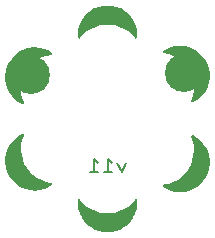
<source format=gbr>
G04 EAGLE Gerber RS-274X export*
G75*
%MOMM*%
%FSLAX34Y34*%
%LPD*%
%INBottom Copper*%
%IPPOS*%
%AMOC8*
5,1,8,0,0,1.08239X$1,22.5*%
G01*
%ADD10C,0.203200*%
%ADD11C,3.216000*%

G36*
X3682Y-95803D02*
X3682Y-95803D01*
X3772Y-95785D01*
X3836Y-95782D01*
X7385Y-95021D01*
X7471Y-94989D01*
X7534Y-94976D01*
X10925Y-93681D01*
X11005Y-93637D01*
X11066Y-93614D01*
X14218Y-91816D01*
X14232Y-91805D01*
X14247Y-91798D01*
X14296Y-91757D01*
X14347Y-91729D01*
X17188Y-89469D01*
X17250Y-89403D01*
X17302Y-89364D01*
X19763Y-86697D01*
X19815Y-86622D01*
X19860Y-86574D01*
X21885Y-83562D01*
X21925Y-83481D01*
X21962Y-83427D01*
X23503Y-80141D01*
X23529Y-80054D01*
X23558Y-79995D01*
X24578Y-76512D01*
X24591Y-76422D01*
X24610Y-76360D01*
X25086Y-72762D01*
X25085Y-72671D01*
X25095Y-72606D01*
X25015Y-68978D01*
X25006Y-68924D01*
X25007Y-68870D01*
X24983Y-68785D01*
X24969Y-68697D01*
X24946Y-68648D01*
X24932Y-68596D01*
X24885Y-68521D01*
X24847Y-68440D01*
X24811Y-68400D01*
X24783Y-68354D01*
X24717Y-68294D01*
X24659Y-68227D01*
X24613Y-68199D01*
X24573Y-68162D01*
X24494Y-68123D01*
X24419Y-68075D01*
X24367Y-68060D01*
X24318Y-68036D01*
X24231Y-68020D01*
X24146Y-67995D01*
X24092Y-67995D01*
X24039Y-67986D01*
X23950Y-67995D01*
X23862Y-67994D01*
X23810Y-68009D01*
X23756Y-68015D01*
X23674Y-68048D01*
X23588Y-68072D01*
X23542Y-68101D01*
X23492Y-68121D01*
X23437Y-68166D01*
X23347Y-68223D01*
X23284Y-68292D01*
X23233Y-68335D01*
X20478Y-71509D01*
X17354Y-74212D01*
X13877Y-76444D01*
X10119Y-78158D01*
X6155Y-79321D01*
X2066Y-79908D01*
X-2066Y-79908D01*
X-6155Y-79321D01*
X-10119Y-78158D01*
X-13877Y-76444D01*
X-17354Y-74212D01*
X-20478Y-71509D01*
X-23233Y-68335D01*
X-23274Y-68299D01*
X-23308Y-68257D01*
X-23381Y-68206D01*
X-23448Y-68148D01*
X-23497Y-68125D01*
X-23541Y-68094D01*
X-23625Y-68066D01*
X-23706Y-68028D01*
X-23759Y-68020D01*
X-23810Y-68003D01*
X-23899Y-67998D01*
X-23987Y-67985D01*
X-24040Y-67992D01*
X-24094Y-67989D01*
X-24181Y-68010D01*
X-24269Y-68021D01*
X-24318Y-68042D01*
X-24371Y-68055D01*
X-24448Y-68099D01*
X-24530Y-68134D01*
X-24571Y-68168D01*
X-24618Y-68195D01*
X-24680Y-68258D01*
X-24749Y-68315D01*
X-24780Y-68359D01*
X-24817Y-68398D01*
X-24860Y-68476D01*
X-24910Y-68549D01*
X-24927Y-68600D01*
X-24952Y-68648D01*
X-24966Y-68718D01*
X-24999Y-68819D01*
X-25003Y-68913D01*
X-25015Y-68978D01*
X-25095Y-72606D01*
X-25084Y-72697D01*
X-25086Y-72762D01*
X-24610Y-76360D01*
X-24586Y-76448D01*
X-24578Y-76512D01*
X-23558Y-79995D01*
X-23520Y-80078D01*
X-23503Y-80141D01*
X-21962Y-83427D01*
X-21912Y-83503D01*
X-21885Y-83562D01*
X-19860Y-86574D01*
X-19799Y-86642D01*
X-19763Y-86697D01*
X-17302Y-89364D01*
X-17231Y-89421D01*
X-17188Y-89469D01*
X-14347Y-91729D01*
X-14312Y-91749D01*
X-14291Y-91769D01*
X-14249Y-91790D01*
X-14218Y-91816D01*
X-11066Y-93614D01*
X-10981Y-93648D01*
X-10925Y-93681D01*
X-7534Y-94976D01*
X-7446Y-94997D01*
X-7385Y-95021D01*
X-3836Y-95782D01*
X-3746Y-95789D01*
X-3682Y-95803D01*
X-59Y-96014D01*
X8Y-96008D01*
X59Y-96014D01*
X3682Y-95803D01*
G37*
G36*
X24040Y67992D02*
X24040Y67992D01*
X24094Y67989D01*
X24181Y68010D01*
X24269Y68021D01*
X24318Y68042D01*
X24371Y68055D01*
X24448Y68099D01*
X24530Y68134D01*
X24571Y68168D01*
X24618Y68195D01*
X24680Y68258D01*
X24749Y68315D01*
X24780Y68359D01*
X24817Y68398D01*
X24860Y68476D01*
X24910Y68549D01*
X24927Y68600D01*
X24952Y68648D01*
X24966Y68718D01*
X24999Y68819D01*
X25003Y68913D01*
X25015Y68978D01*
X25095Y72606D01*
X25084Y72697D01*
X25086Y72762D01*
X24610Y76360D01*
X24586Y76448D01*
X24578Y76512D01*
X23558Y79995D01*
X23520Y80078D01*
X23503Y80141D01*
X21962Y83427D01*
X21912Y83503D01*
X21885Y83562D01*
X19860Y86574D01*
X19799Y86642D01*
X19763Y86697D01*
X17302Y89364D01*
X17231Y89421D01*
X17188Y89469D01*
X14347Y91729D01*
X14268Y91775D01*
X14218Y91816D01*
X11066Y93614D01*
X10981Y93648D01*
X10925Y93681D01*
X7534Y94976D01*
X7446Y94997D01*
X7385Y95021D01*
X3836Y95782D01*
X3746Y95789D01*
X3682Y95803D01*
X59Y96014D01*
X-8Y96008D01*
X-59Y96014D01*
X-3682Y95803D01*
X-3772Y95785D01*
X-3836Y95782D01*
X-7385Y95021D01*
X-7471Y94989D01*
X-7534Y94976D01*
X-10925Y93681D01*
X-11005Y93637D01*
X-11066Y93614D01*
X-14218Y91816D01*
X-14290Y91760D01*
X-14347Y91729D01*
X-17188Y89469D01*
X-17250Y89403D01*
X-17302Y89364D01*
X-19763Y86697D01*
X-19815Y86622D01*
X-19860Y86574D01*
X-21885Y83562D01*
X-21925Y83481D01*
X-21962Y83427D01*
X-23503Y80141D01*
X-23529Y80054D01*
X-23558Y79995D01*
X-24578Y76512D01*
X-24591Y76422D01*
X-24610Y76360D01*
X-25086Y72762D01*
X-25085Y72671D01*
X-25095Y72606D01*
X-25015Y68978D01*
X-25006Y68924D01*
X-25007Y68870D01*
X-24983Y68785D01*
X-24969Y68697D01*
X-24946Y68648D01*
X-24932Y68596D01*
X-24885Y68521D01*
X-24847Y68440D01*
X-24811Y68400D01*
X-24783Y68354D01*
X-24717Y68294D01*
X-24659Y68227D01*
X-24613Y68199D01*
X-24573Y68162D01*
X-24494Y68123D01*
X-24419Y68075D01*
X-24367Y68060D01*
X-24318Y68036D01*
X-24231Y68020D01*
X-24146Y67995D01*
X-24092Y67995D01*
X-24039Y67986D01*
X-23950Y67995D01*
X-23862Y67994D01*
X-23810Y68009D01*
X-23756Y68015D01*
X-23674Y68048D01*
X-23588Y68072D01*
X-23542Y68101D01*
X-23492Y68121D01*
X-23437Y68166D01*
X-23347Y68223D01*
X-23284Y68292D01*
X-23233Y68335D01*
X-20478Y71509D01*
X-17354Y74212D01*
X-13877Y76444D01*
X-10119Y78158D01*
X-6155Y79321D01*
X-2066Y79908D01*
X2066Y79908D01*
X6155Y79321D01*
X10119Y78158D01*
X13877Y76444D01*
X17354Y74212D01*
X20478Y71509D01*
X23233Y68335D01*
X23274Y68299D01*
X23308Y68257D01*
X23381Y68206D01*
X23448Y68148D01*
X23497Y68125D01*
X23541Y68094D01*
X23625Y68066D01*
X23706Y68028D01*
X23759Y68020D01*
X23810Y68003D01*
X23899Y67998D01*
X23987Y67985D01*
X24040Y67992D01*
G37*
G36*
X71921Y13913D02*
X71921Y13913D01*
X71975Y13915D01*
X72043Y13938D01*
X72147Y13960D01*
X72229Y14003D01*
X72292Y14025D01*
X75474Y15770D01*
X75547Y15825D01*
X75605Y15856D01*
X78483Y18067D01*
X78547Y18132D01*
X78599Y18171D01*
X81105Y20796D01*
X81158Y20870D01*
X81203Y20917D01*
X83279Y23894D01*
X83320Y23975D01*
X83358Y24028D01*
X84954Y27288D01*
X84982Y27375D01*
X85011Y27433D01*
X86090Y30898D01*
X86101Y30965D01*
X86109Y30992D01*
X86110Y31003D01*
X86125Y31050D01*
X86661Y34639D01*
X86662Y34730D01*
X86672Y34795D01*
X86653Y38424D01*
X86640Y38514D01*
X86641Y38579D01*
X86067Y42163D01*
X86040Y42250D01*
X86031Y42315D01*
X84916Y45769D01*
X84876Y45851D01*
X84857Y45913D01*
X83228Y49156D01*
X83190Y49211D01*
X83169Y49258D01*
X81175Y52290D01*
X81115Y52359D01*
X81080Y52414D01*
X78646Y55106D01*
X78576Y55164D01*
X78533Y55213D01*
X75716Y57502D01*
X75638Y57549D01*
X75588Y57590D01*
X72454Y59421D01*
X72370Y59456D01*
X72314Y59489D01*
X68937Y60820D01*
X68849Y60841D01*
X68788Y60865D01*
X65248Y61664D01*
X65157Y61671D01*
X65094Y61686D01*
X61473Y61934D01*
X61382Y61928D01*
X61317Y61933D01*
X57701Y61624D01*
X57612Y61604D01*
X57547Y61599D01*
X54021Y60741D01*
X53936Y60708D01*
X53873Y60693D01*
X50518Y59306D01*
X50440Y59260D01*
X50380Y59236D01*
X47277Y57352D01*
X47235Y57318D01*
X47188Y57292D01*
X47126Y57229D01*
X47057Y57172D01*
X47026Y57128D01*
X46988Y57089D01*
X46946Y57012D01*
X46896Y56938D01*
X46878Y56887D01*
X46853Y56840D01*
X46834Y56753D01*
X46805Y56669D01*
X46803Y56615D01*
X46792Y56562D01*
X46797Y56473D01*
X46794Y56385D01*
X46806Y56332D01*
X46810Y56278D01*
X46840Y56195D01*
X46861Y56109D01*
X46888Y56062D01*
X46906Y56011D01*
X46958Y55939D01*
X47002Y55862D01*
X47041Y55824D01*
X47072Y55780D01*
X47142Y55726D01*
X47206Y55664D01*
X47254Y55639D01*
X47296Y55605D01*
X47363Y55580D01*
X47457Y55530D01*
X47549Y55511D01*
X47611Y55488D01*
X51738Y54689D01*
X55641Y53335D01*
X59312Y51440D01*
X62676Y49042D01*
X65665Y46191D01*
X68218Y42943D01*
X70284Y39365D01*
X71820Y35530D01*
X72795Y31516D01*
X73189Y27404D01*
X72995Y23277D01*
X72216Y19220D01*
X70844Y15247D01*
X70834Y15194D01*
X70815Y15143D01*
X70807Y15055D01*
X70790Y14968D01*
X70795Y14914D01*
X70790Y14860D01*
X70807Y14773D01*
X70815Y14684D01*
X70835Y14634D01*
X70845Y14581D01*
X70886Y14502D01*
X70918Y14419D01*
X70951Y14376D01*
X70975Y14328D01*
X71037Y14264D01*
X71090Y14193D01*
X71134Y14161D01*
X71171Y14122D01*
X71247Y14077D01*
X71318Y14024D01*
X71369Y14005D01*
X71416Y13977D01*
X71502Y13955D01*
X71585Y13924D01*
X71639Y13920D01*
X71691Y13906D01*
X71780Y13909D01*
X71868Y13902D01*
X71921Y13913D01*
G37*
G36*
X-61382Y-60728D02*
X-61382Y-60728D01*
X-61317Y-60733D01*
X-57701Y-60424D01*
X-57612Y-60404D01*
X-57547Y-60399D01*
X-54021Y-59541D01*
X-53936Y-59508D01*
X-53873Y-59493D01*
X-50518Y-58106D01*
X-50440Y-58060D01*
X-50380Y-58036D01*
X-47277Y-56152D01*
X-47235Y-56118D01*
X-47188Y-56092D01*
X-47126Y-56029D01*
X-47057Y-55972D01*
X-47026Y-55928D01*
X-46988Y-55889D01*
X-46946Y-55812D01*
X-46896Y-55738D01*
X-46878Y-55687D01*
X-46853Y-55640D01*
X-46834Y-55553D01*
X-46805Y-55469D01*
X-46803Y-55415D01*
X-46792Y-55362D01*
X-46797Y-55273D01*
X-46794Y-55185D01*
X-46806Y-55132D01*
X-46810Y-55078D01*
X-46840Y-54995D01*
X-46861Y-54909D01*
X-46888Y-54862D01*
X-46906Y-54811D01*
X-46958Y-54739D01*
X-47002Y-54662D01*
X-47041Y-54624D01*
X-47072Y-54580D01*
X-47142Y-54526D01*
X-47206Y-54464D01*
X-47254Y-54439D01*
X-47296Y-54405D01*
X-47363Y-54380D01*
X-47457Y-54330D01*
X-47549Y-54311D01*
X-47611Y-54288D01*
X-51738Y-53489D01*
X-55641Y-52135D01*
X-59312Y-50240D01*
X-62676Y-47842D01*
X-65665Y-44991D01*
X-68218Y-41743D01*
X-70284Y-38165D01*
X-71820Y-34330D01*
X-72795Y-30316D01*
X-73189Y-26204D01*
X-72995Y-22077D01*
X-72216Y-18020D01*
X-70844Y-14047D01*
X-70834Y-13994D01*
X-70815Y-13943D01*
X-70807Y-13855D01*
X-70790Y-13768D01*
X-70795Y-13714D01*
X-70790Y-13660D01*
X-70807Y-13573D01*
X-70815Y-13484D01*
X-70835Y-13434D01*
X-70845Y-13381D01*
X-70886Y-13302D01*
X-70918Y-13219D01*
X-70951Y-13176D01*
X-70975Y-13128D01*
X-71037Y-13064D01*
X-71090Y-12993D01*
X-71134Y-12961D01*
X-71171Y-12922D01*
X-71247Y-12877D01*
X-71318Y-12824D01*
X-71369Y-12805D01*
X-71416Y-12777D01*
X-71502Y-12755D01*
X-71585Y-12724D01*
X-71639Y-12720D01*
X-71691Y-12706D01*
X-71780Y-12709D01*
X-71868Y-12702D01*
X-71921Y-12713D01*
X-71975Y-12715D01*
X-72043Y-12738D01*
X-72147Y-12760D01*
X-72229Y-12803D01*
X-72292Y-12825D01*
X-75474Y-14570D01*
X-75547Y-14625D01*
X-75605Y-14656D01*
X-78483Y-16867D01*
X-78547Y-16932D01*
X-78599Y-16971D01*
X-81105Y-19596D01*
X-81158Y-19670D01*
X-81203Y-19717D01*
X-83279Y-22694D01*
X-83320Y-22775D01*
X-83358Y-22828D01*
X-84954Y-26088D01*
X-84982Y-26175D01*
X-85011Y-26233D01*
X-86090Y-29698D01*
X-86105Y-29788D01*
X-86125Y-29850D01*
X-86661Y-33439D01*
X-86662Y-33530D01*
X-86672Y-33595D01*
X-86653Y-37224D01*
X-86640Y-37314D01*
X-86641Y-37379D01*
X-86067Y-40963D01*
X-86040Y-41050D01*
X-86031Y-41115D01*
X-84916Y-44569D01*
X-84876Y-44651D01*
X-84857Y-44713D01*
X-83228Y-47956D01*
X-83190Y-48011D01*
X-83169Y-48058D01*
X-81175Y-51090D01*
X-81115Y-51159D01*
X-81080Y-51214D01*
X-78646Y-53906D01*
X-78576Y-53964D01*
X-78533Y-54013D01*
X-75716Y-56302D01*
X-75638Y-56349D01*
X-75588Y-56390D01*
X-72454Y-58221D01*
X-72370Y-58256D01*
X-72314Y-58289D01*
X-68937Y-59620D01*
X-68849Y-59641D01*
X-68788Y-59665D01*
X-65248Y-60464D01*
X-65157Y-60471D01*
X-65094Y-60486D01*
X-61473Y-60734D01*
X-61382Y-60728D01*
G37*
G36*
X65094Y-61686D02*
X65094Y-61686D01*
X65183Y-61668D01*
X65248Y-61664D01*
X68788Y-60865D01*
X68874Y-60833D01*
X68937Y-60820D01*
X72314Y-59489D01*
X72393Y-59444D01*
X72454Y-59421D01*
X75588Y-57590D01*
X75659Y-57534D01*
X75716Y-57502D01*
X78533Y-55213D01*
X78595Y-55146D01*
X78646Y-55106D01*
X81080Y-52414D01*
X81131Y-52338D01*
X81175Y-52290D01*
X83169Y-49258D01*
X83197Y-49198D01*
X83198Y-49196D01*
X83228Y-49156D01*
X84857Y-45913D01*
X84886Y-45826D01*
X84916Y-45769D01*
X86031Y-42315D01*
X86046Y-42225D01*
X86067Y-42163D01*
X86641Y-38579D01*
X86642Y-38488D01*
X86653Y-38424D01*
X86672Y-34795D01*
X86660Y-34704D01*
X86661Y-34639D01*
X86125Y-31050D01*
X86099Y-30963D01*
X86090Y-30898D01*
X85011Y-27433D01*
X84972Y-27350D01*
X84954Y-27288D01*
X83358Y-24028D01*
X83307Y-23953D01*
X83279Y-23894D01*
X81203Y-20917D01*
X81141Y-20850D01*
X81105Y-20796D01*
X78599Y-18171D01*
X78527Y-18114D01*
X78483Y-18067D01*
X75605Y-15856D01*
X75525Y-15811D01*
X75474Y-15770D01*
X72292Y-14025D01*
X72242Y-14006D01*
X72195Y-13979D01*
X72109Y-13956D01*
X72026Y-13925D01*
X71972Y-13920D01*
X71920Y-13907D01*
X71831Y-13909D01*
X71743Y-13902D01*
X71690Y-13913D01*
X71636Y-13914D01*
X71551Y-13941D01*
X71464Y-13959D01*
X71416Y-13984D01*
X71365Y-14000D01*
X71291Y-14049D01*
X71212Y-14090D01*
X71173Y-14128D01*
X71128Y-14158D01*
X71071Y-14225D01*
X71007Y-14287D01*
X70979Y-14333D01*
X70945Y-14375D01*
X70908Y-14456D01*
X70864Y-14532D01*
X70850Y-14585D01*
X70828Y-14634D01*
X70816Y-14722D01*
X70794Y-14808D01*
X70796Y-14862D01*
X70789Y-14916D01*
X70800Y-14986D01*
X70804Y-15092D01*
X70833Y-15181D01*
X70844Y-15247D01*
X72216Y-19220D01*
X72995Y-23277D01*
X73189Y-27404D01*
X72795Y-31516D01*
X71820Y-35530D01*
X70284Y-39365D01*
X68218Y-42943D01*
X65665Y-46191D01*
X62676Y-49042D01*
X59312Y-51440D01*
X55641Y-53335D01*
X51738Y-54689D01*
X47611Y-55488D01*
X47560Y-55505D01*
X47507Y-55514D01*
X47426Y-55552D01*
X47342Y-55580D01*
X47298Y-55611D01*
X47249Y-55634D01*
X47182Y-55693D01*
X47110Y-55744D01*
X47076Y-55786D01*
X47035Y-55822D01*
X46987Y-55896D01*
X46931Y-55965D01*
X46911Y-56015D01*
X46881Y-56061D01*
X46856Y-56146D01*
X46822Y-56228D01*
X46815Y-56281D01*
X46800Y-56333D01*
X46799Y-56422D01*
X46789Y-56510D01*
X46798Y-56563D01*
X46797Y-56617D01*
X46821Y-56703D01*
X46836Y-56791D01*
X46859Y-56839D01*
X46874Y-56891D01*
X46920Y-56967D01*
X46959Y-57047D01*
X46995Y-57087D01*
X47023Y-57133D01*
X47077Y-57180D01*
X47148Y-57259D01*
X47227Y-57309D01*
X47277Y-57352D01*
X50380Y-59236D01*
X50463Y-59272D01*
X50518Y-59306D01*
X53873Y-60693D01*
X53961Y-60716D01*
X54021Y-60741D01*
X57547Y-61599D01*
X57638Y-61608D01*
X57701Y-61624D01*
X61317Y-61933D01*
X61408Y-61928D01*
X61473Y-61934D01*
X65094Y-61686D01*
G37*
G36*
X-71690Y12713D02*
X-71690Y12713D01*
X-71636Y12714D01*
X-71551Y12741D01*
X-71464Y12759D01*
X-71416Y12784D01*
X-71365Y12800D01*
X-71291Y12849D01*
X-71212Y12890D01*
X-71173Y12928D01*
X-71128Y12958D01*
X-71071Y13025D01*
X-71007Y13087D01*
X-70979Y13133D01*
X-70945Y13175D01*
X-70908Y13256D01*
X-70864Y13332D01*
X-70850Y13385D01*
X-70828Y13434D01*
X-70816Y13522D01*
X-70794Y13608D01*
X-70796Y13662D01*
X-70789Y13716D01*
X-70800Y13786D01*
X-70804Y13892D01*
X-70833Y13981D01*
X-70844Y14047D01*
X-72216Y18020D01*
X-72995Y22077D01*
X-73189Y26204D01*
X-72795Y30316D01*
X-71820Y34330D01*
X-70284Y38165D01*
X-68218Y41743D01*
X-65665Y44991D01*
X-62676Y47842D01*
X-59312Y50240D01*
X-55641Y52135D01*
X-51738Y53489D01*
X-47611Y54288D01*
X-47560Y54305D01*
X-47507Y54314D01*
X-47426Y54352D01*
X-47342Y54380D01*
X-47298Y54411D01*
X-47249Y54434D01*
X-47182Y54493D01*
X-47110Y54544D01*
X-47076Y54586D01*
X-47035Y54622D01*
X-46987Y54696D01*
X-46931Y54765D01*
X-46911Y54815D01*
X-46881Y54861D01*
X-46856Y54946D01*
X-46822Y55028D01*
X-46815Y55081D01*
X-46800Y55133D01*
X-46799Y55222D01*
X-46789Y55310D01*
X-46798Y55363D01*
X-46797Y55417D01*
X-46821Y55503D01*
X-46836Y55591D01*
X-46859Y55639D01*
X-46874Y55691D01*
X-46920Y55767D01*
X-46959Y55847D01*
X-46995Y55887D01*
X-47023Y55933D01*
X-47077Y55980D01*
X-47148Y56059D01*
X-47227Y56109D01*
X-47277Y56152D01*
X-50380Y58036D01*
X-50463Y58072D01*
X-50518Y58106D01*
X-53873Y59493D01*
X-53961Y59516D01*
X-54021Y59541D01*
X-57547Y60399D01*
X-57638Y60408D01*
X-57701Y60424D01*
X-61317Y60733D01*
X-61408Y60728D01*
X-61473Y60734D01*
X-65094Y60486D01*
X-65183Y60468D01*
X-65248Y60464D01*
X-68788Y59665D01*
X-68874Y59633D01*
X-68937Y59620D01*
X-72314Y58289D01*
X-72393Y58244D01*
X-72454Y58221D01*
X-75588Y56390D01*
X-75659Y56334D01*
X-75716Y56302D01*
X-78533Y54013D01*
X-78595Y53946D01*
X-78646Y53906D01*
X-81080Y51214D01*
X-81131Y51138D01*
X-81175Y51090D01*
X-83169Y48058D01*
X-83197Y47997D01*
X-83228Y47956D01*
X-84857Y44713D01*
X-84886Y44626D01*
X-84916Y44569D01*
X-86031Y41115D01*
X-86046Y41025D01*
X-86067Y40963D01*
X-86641Y37379D01*
X-86642Y37288D01*
X-86653Y37224D01*
X-86672Y33595D01*
X-86660Y33504D01*
X-86661Y33439D01*
X-86125Y29850D01*
X-86099Y29763D01*
X-86090Y29698D01*
X-85011Y26233D01*
X-84972Y26150D01*
X-84954Y26088D01*
X-83358Y22828D01*
X-83307Y22753D01*
X-83279Y22694D01*
X-81203Y19717D01*
X-81141Y19650D01*
X-81105Y19596D01*
X-78599Y16971D01*
X-78527Y16914D01*
X-78483Y16867D01*
X-75605Y14656D01*
X-75525Y14611D01*
X-75474Y14570D01*
X-72292Y12825D01*
X-72242Y12806D01*
X-72195Y12779D01*
X-72109Y12756D01*
X-72026Y12725D01*
X-71972Y12720D01*
X-71920Y12707D01*
X-71831Y12709D01*
X-71743Y12702D01*
X-71690Y12713D01*
G37*
D10*
X15494Y-37586D02*
X11935Y-44704D01*
X8376Y-37586D01*
X3800Y-37586D02*
X241Y-34027D01*
X241Y-44704D01*
X3800Y-44704D02*
X-3318Y-44704D01*
X-7894Y-37586D02*
X-11453Y-34027D01*
X-11453Y-44704D01*
X-7894Y-44704D02*
X-15012Y-44704D01*
D11*
X-65000Y37500D03*
X65000Y38700D03*
M02*

</source>
